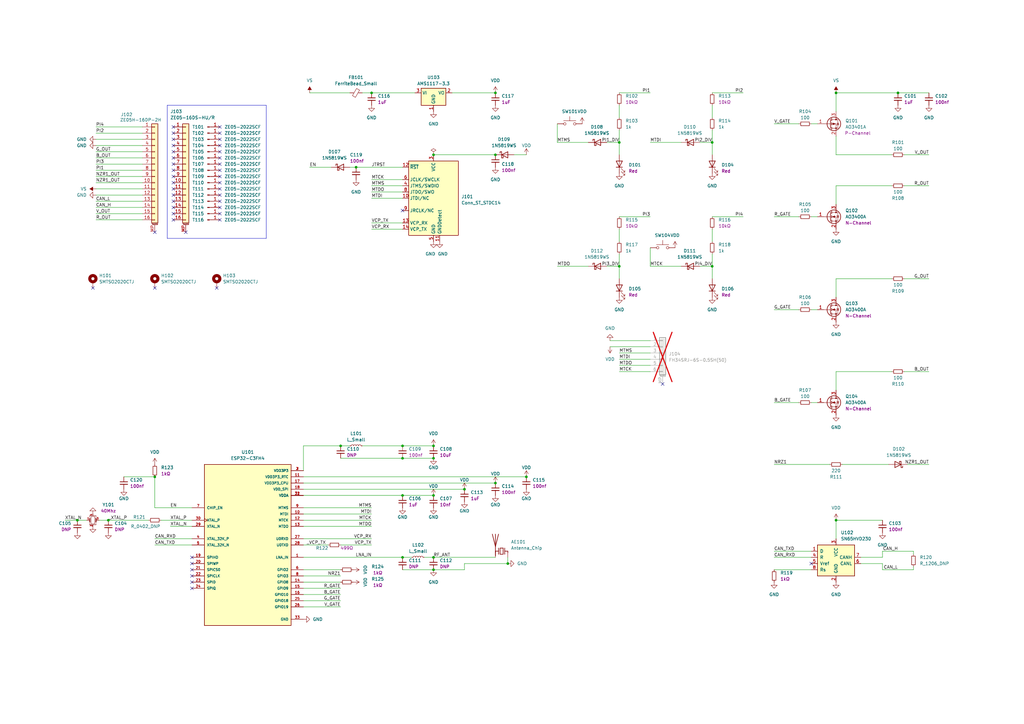
<source format=kicad_sch>
(kicad_sch (version 20230121) (generator eeschema)
  (paper "A3")
  (junction (at 342.9 38.1))
  (junction (at 177.8 228.6))
  (junction (at 165.1 228.6))
  (junction (at 203.2 38.1))
  (junction (at 177.8 233.68))
  (junction (at 165.1 203.2))
  (junction (at 165.1 187.96))
  (junction (at 203.2 198.12))
  (junction (at 165.1 182.88))
  (junction (at 44.45 213.36))
  (junction (at 254 109.22))
  (junction (at 215.9 195.58))
  (junction (at 368.3 38.1))
  (junction (at 63.5 195.58))
  (junction (at 292.1 58.42))
  (junction (at 177.8 187.96))
  (junction (at 152.4 38.1))
  (junction (at 31.75 213.36))
  (junction (at 292.1 109.22))
  (junction (at 139.7 182.88))
  (junction (at 177.8 203.2))
  (junction (at 190.5 200.66))
  (junction (at 146.05 68.58))
  (junction (at 177.8 182.88))
  (junction (at 254 58.42))
  (junction (at 177.8 63.5))
  (junction (at 203.2 63.5))
  (junction (at 208.28 231.14))
  (junction (at 342.9 213.36))
  (no_connect (at 71.12 72.39))
  (no_connect (at 71.12 62.23))
  (no_connect (at 71.12 59.69))
  (no_connect (at 90.17 67.31))
  (no_connect (at 78.74 231.14))
  (no_connect (at 90.17 52.07))
  (no_connect (at 78.74 233.68))
  (no_connect (at 71.12 85.09))
  (no_connect (at 71.12 82.55))
  (no_connect (at 90.17 74.93))
  (no_connect (at 71.12 69.85))
  (no_connect (at 90.17 69.85))
  (no_connect (at 90.17 57.15))
  (no_connect (at 90.17 85.09))
  (no_connect (at 90.17 64.77))
  (no_connect (at 78.74 228.6))
  (no_connect (at 71.12 52.07))
  (no_connect (at 88.9 118.11))
  (no_connect (at 90.17 54.61))
  (no_connect (at 63.5 95.25))
  (no_connect (at 71.12 74.93))
  (no_connect (at 90.17 90.17))
  (no_connect (at 78.74 236.22))
  (no_connect (at 90.17 59.69))
  (no_connect (at 332.74 231.14))
  (no_connect (at 71.12 57.15))
  (no_connect (at 71.12 80.01))
  (no_connect (at 90.17 82.55))
  (no_connect (at 78.74 241.3))
  (no_connect (at 90.17 77.47))
  (no_connect (at 38.1 118.11))
  (no_connect (at 90.17 80.01))
  (no_connect (at 71.12 77.47))
  (no_connect (at 71.12 90.17))
  (no_connect (at 71.12 87.63))
  (no_connect (at 63.5 118.11))
  (no_connect (at 78.74 238.76))
  (no_connect (at 71.12 54.61))
  (no_connect (at 71.12 64.77))
  (no_connect (at 90.17 87.63))
  (no_connect (at 90.17 72.39))
  (no_connect (at 76.2 95.25))
  (no_connect (at 271.78 157.48))
  (no_connect (at 71.12 67.31))
  (no_connect (at 165.1 86.36))
  (no_connect (at 90.17 62.23))
  (wire (pts (xy 165.1 228.6) (xy 168.91 228.6)))
  (wire (pts (xy 39.37 85.09) (xy 58.42 85.09)))
  (wire (pts (xy 228.6 50.8) (xy 228.6 58.42)))
  (wire (pts (xy 254 93.98) (xy 254 99.06)))
  (wire (pts (xy 177.8 233.68) (xy 190.5 233.68)))
  (wire (pts (xy 317.5 190.5) (xy 340.36 190.5)))
  (wire (pts (xy 152.4 78.74) (xy 165.1 78.74)))
  (wire (pts (xy 365.76 76.2) (xy 342.9 76.2)))
  (wire (pts (xy 250.19 142.24) (xy 266.7 142.24)))
  (wire (pts (xy 372.11 190.5) (xy 381 190.5)))
  (wire (pts (xy 40.64 213.36) (xy 44.45 213.36)))
  (wire (pts (xy 39.37 74.93) (xy 58.42 74.93)))
  (wire (pts (xy 292.1 53.34) (xy 292.1 58.42)))
  (wire (pts (xy 173.99 228.6) (xy 177.8 228.6)))
  (wire (pts (xy 332.74 127) (xy 335.28 127)))
  (wire (pts (xy 165.1 93.98) (xy 152.4 93.98)))
  (wire (pts (xy 208.28 231.14) (xy 208.28 228.6)))
  (wire (pts (xy 254 147.32) (xy 266.7 147.32)))
  (wire (pts (xy 342.9 76.2) (xy 342.9 83.82)))
  (wire (pts (xy 254 144.78) (xy 266.7 144.78)))
  (wire (pts (xy 317.5 88.9) (xy 327.66 88.9)))
  (wire (pts (xy 250.19 139.7) (xy 266.7 139.7)))
  (wire (pts (xy 39.37 67.31) (xy 58.42 67.31)))
  (wire (pts (xy 39.37 80.01) (xy 58.42 80.01)))
  (polyline (pts (xy 68.58 43.18) (xy 68.58 97.79)))
  (wire (pts (xy 44.45 213.36) (xy 60.96 213.36)))
  (wire (pts (xy 342.9 152.4) (xy 342.9 160.02)))
  (wire (pts (xy 228.6 58.42) (xy 241.3 58.42)))
  (wire (pts (xy 332.74 50.8) (xy 335.28 50.8)))
  (wire (pts (xy 266.7 109.22) (xy 279.4 109.22)))
  (wire (pts (xy 63.5 195.58) (xy 63.5 208.28)))
  (wire (pts (xy 165.1 203.2) (xy 177.8 203.2)))
  (wire (pts (xy 210.82 63.5) (xy 215.9 63.5)))
  (wire (pts (xy 254 104.14) (xy 254 109.22)))
  (wire (pts (xy 31.75 213.36) (xy 35.56 213.36)))
  (wire (pts (xy 39.37 64.77) (xy 58.42 64.77)))
  (wire (pts (xy 292.1 38.1) (xy 304.8 38.1)))
  (wire (pts (xy 124.46 248.92) (xy 139.7 248.92)))
  (wire (pts (xy 124.46 238.76) (xy 139.7 238.76)))
  (wire (pts (xy 124.46 182.88) (xy 124.46 193.04)))
  (wire (pts (xy 317.5 228.6) (xy 332.74 228.6)))
  (wire (pts (xy 165.1 187.96) (xy 177.8 187.96)))
  (wire (pts (xy 292.1 109.22) (xy 292.1 114.3)))
  (wire (pts (xy 124.46 195.58) (xy 215.9 195.58)))
  (wire (pts (xy 39.37 62.23) (xy 58.42 62.23)))
  (wire (pts (xy 63.5 223.52) (xy 78.74 223.52)))
  (wire (pts (xy 39.37 72.39) (xy 58.42 72.39)))
  (wire (pts (xy 124.46 223.52) (xy 134.62 223.52)))
  (wire (pts (xy 124.46 210.82) (xy 152.4 210.82)))
  (wire (pts (xy 39.37 90.17) (xy 58.42 90.17)))
  (wire (pts (xy 39.37 54.61) (xy 58.42 54.61)))
  (wire (pts (xy 26.67 213.36) (xy 31.75 213.36)))
  (wire (pts (xy 361.95 213.36) (xy 342.9 213.36)))
  (wire (pts (xy 63.5 220.98) (xy 78.74 220.98)))
  (wire (pts (xy 266.7 58.42) (xy 279.4 58.42)))
  (wire (pts (xy 124.46 233.68) (xy 139.7 233.68)))
  (wire (pts (xy 287.02 109.22) (xy 292.1 109.22)))
  (wire (pts (xy 69.85 215.9) (xy 78.74 215.9)))
  (wire (pts (xy 353.06 231.14) (xy 361.95 231.14)))
  (wire (pts (xy 78.74 208.28) (xy 63.5 208.28)))
  (wire (pts (xy 361.95 226.06) (xy 374.65 226.06)))
  (wire (pts (xy 254 152.4) (xy 266.7 152.4)))
  (wire (pts (xy 124.46 236.22) (xy 139.7 236.22)))
  (wire (pts (xy 165.1 233.68) (xy 177.8 233.68)))
  (wire (pts (xy 353.06 228.6) (xy 361.95 228.6)))
  (wire (pts (xy 332.74 88.9) (xy 335.28 88.9)))
  (wire (pts (xy 39.37 77.47) (xy 58.42 77.47)))
  (wire (pts (xy 317.5 50.8) (xy 327.66 50.8)))
  (wire (pts (xy 292.1 43.18) (xy 292.1 48.26)))
  (wire (pts (xy 127 68.58) (xy 135.89 68.58)))
  (wire (pts (xy 124.46 243.84) (xy 139.7 243.84)))
  (wire (pts (xy 317.5 165.1) (xy 327.66 165.1)))
  (wire (pts (xy 370.84 152.4) (xy 381 152.4)))
  (wire (pts (xy 124.46 215.9) (xy 152.4 215.9)))
  (wire (pts (xy 370.84 114.3) (xy 381 114.3)))
  (wire (pts (xy 287.02 58.42) (xy 292.1 58.42)))
  (wire (pts (xy 39.37 82.55) (xy 58.42 82.55)))
  (wire (pts (xy 39.37 87.63) (xy 58.42 87.63)))
  (wire (pts (xy 124.46 198.12) (xy 203.2 198.12)))
  (wire (pts (xy 165.1 91.44) (xy 152.4 91.44)))
  (wire (pts (xy 124.46 200.66) (xy 190.5 200.66)))
  (wire (pts (xy 292.1 93.98) (xy 292.1 99.06)))
  (wire (pts (xy 139.7 187.96) (xy 165.1 187.96)))
  (wire (pts (xy 248.92 58.42) (xy 254 58.42)))
  (wire (pts (xy 345.44 190.5) (xy 364.49 190.5)))
  (wire (pts (xy 228.6 109.22) (xy 241.3 109.22)))
  (wire (pts (xy 139.7 182.88) (xy 124.46 182.88)))
  (wire (pts (xy 39.37 59.69) (xy 58.42 59.69)))
  (polyline (pts (xy 109.22 97.79) (xy 109.22 43.18)))
  (wire (pts (xy 124.46 220.98) (xy 152.4 220.98)))
  (wire (pts (xy 342.9 38.1) (xy 342.9 45.72)))
  (wire (pts (xy 127 38.1) (xy 143.51 38.1)))
  (wire (pts (xy 139.7 223.52) (xy 152.4 223.52)))
  (wire (pts (xy 185.42 38.1) (xy 203.2 38.1)))
  (wire (pts (xy 124.46 228.6) (xy 165.1 228.6)))
  (wire (pts (xy 365.76 114.3) (xy 342.9 114.3)))
  (wire (pts (xy 254 109.22) (xy 254 114.3)))
  (wire (pts (xy 365.76 152.4) (xy 342.9 152.4)))
  (wire (pts (xy 165.1 182.88) (xy 177.8 182.88)))
  (wire (pts (xy 152.4 73.66) (xy 165.1 73.66)))
  (wire (pts (xy 342.9 63.5) (xy 342.9 55.88)))
  (wire (pts (xy 292.1 104.14) (xy 292.1 109.22)))
  (wire (pts (xy 50.8 195.58) (xy 63.5 195.58)))
  (wire (pts (xy 365.76 63.5) (xy 342.9 63.5)))
  (wire (pts (xy 146.05 68.58) (xy 165.1 68.58)))
  (wire (pts (xy 254 43.18) (xy 254 48.26)))
  (wire (pts (xy 152.4 76.2) (xy 165.1 76.2)))
  (wire (pts (xy 361.95 228.6) (xy 361.95 226.06)))
  (wire (pts (xy 177.8 228.6) (xy 203.2 228.6)))
  (wire (pts (xy 124.46 208.28) (xy 152.4 208.28)))
  (wire (pts (xy 39.37 57.15) (xy 58.42 57.15)))
  (wire (pts (xy 254 38.1) (xy 266.7 38.1)))
  (wire (pts (xy 148.59 38.1) (xy 152.4 38.1)))
  (wire (pts (xy 39.37 52.07) (xy 58.42 52.07)))
  (wire (pts (xy 370.84 63.5) (xy 381 63.5)))
  (wire (pts (xy 332.74 165.1) (xy 335.28 165.1)))
  (wire (pts (xy 124.46 203.2) (xy 165.1 203.2)))
  (wire (pts (xy 368.3 38.1) (xy 381 38.1)))
  (wire (pts (xy 374.65 233.68) (xy 374.65 232.41)))
  (wire (pts (xy 152.4 38.1) (xy 170.18 38.1)))
  (wire (pts (xy 374.65 226.06) (xy 374.65 227.33)))
  (wire (pts (xy 39.37 69.85) (xy 58.42 69.85)))
  (wire (pts (xy 317.5 127) (xy 327.66 127)))
  (wire (pts (xy 66.04 213.36) (xy 78.74 213.36)))
  (wire (pts (xy 342.9 114.3) (xy 342.9 121.92)))
  (wire (pts (xy 190.5 233.68) (xy 190.5 231.14)))
  (wire (pts (xy 254 53.34) (xy 254 58.42)))
  (wire (pts (xy 317.5 233.68) (xy 332.74 233.68)))
  (wire (pts (xy 370.84 76.2) (xy 381 76.2)))
  (polyline (pts (xy 68.58 43.18) (xy 109.22 43.18)))
  (wire (pts (xy 143.51 182.88) (xy 139.7 182.88)))
  (wire (pts (xy 266.7 101.6) (xy 266.7 109.22)))
  (wire (pts (xy 254 58.42) (xy 254 63.5)))
  (wire (pts (xy 124.46 246.38) (xy 139.7 246.38)))
  (polyline (pts (xy 68.58 97.79) (xy 109.22 97.79)))
  (wire (pts (xy 124.46 213.36) (xy 152.4 213.36)))
  (wire (pts (xy 342.9 213.36) (xy 342.9 220.98)))
  (wire (pts (xy 152.4 81.28) (xy 165.1 81.28)))
  (wire (pts (xy 254 149.86) (xy 266.7 149.86)))
  (wire (pts (xy 292.1 88.9) (xy 304.8 88.9)))
  (wire (pts (xy 190.5 231.14) (xy 208.28 231.14)))
  (wire (pts (xy 124.46 241.3) (xy 139.7 241.3)))
  (wire (pts (xy 143.51 68.58) (xy 146.05 68.58)))
  (wire (pts (xy 292.1 58.42) (xy 292.1 63.5)))
  (wire (pts (xy 361.95 231.14) (xy 361.95 233.68)))
  (wire (pts (xy 317.5 226.06) (xy 332.74 226.06)))
  (wire (pts (xy 177.8 63.5) (xy 203.2 63.5)))
  (wire (pts (xy 248.92 109.22) (xy 254 109.22)))
  (wire (pts (xy 342.9 38.1) (xy 368.3 38.1)))
  (wire (pts (xy 361.95 233.68) (xy 374.65 233.68)))
  (wire (pts (xy 148.59 182.88) (xy 165.1 182.88)))
  (wire (pts (xy 254 88.9) (xy 266.7 88.9)))
  (label "MTCK" (at 152.4 73.66 0))
  (label "VCP_RX" (at 152.4 93.98 0) (property "Netclass" "UART" (effects hide)))
  (label "NRZ1" (at 139.7 236.22 180) (property "Netclass" "PWM" (effects hide)))
  (label "LNA_IN" (at 152.4 228.6 180) (property "Netclass" "RF" (effects hide)))
  (label "MTCK" (at 254 152.4 0))
  (label "VCP_TX" (at 152.4 223.52 180))
  (label "NRZ1" (at 317.5 190.5 0) (property "Netclass" "PWM" (effects hide)))
  (label "MTMS" (at 228.6 58.42 0))
  (label "MTMS" (at 254 144.78 0))
  (label "VCP_TX" (at 152.4 91.44 0) (property "Netclass" "UART" (effects hide)))
  (label "PI3" (at 39.37 67.31 0))
  (label "XTAL_P" (at 69.85 213.36 0) (property "Netclass" "RCC" (effects hide)))
  (label "V_OUT" (at 39.37 87.63 0))
  (label "G_OUT" (at 381 114.3 180))
  (label "CAN_L" (at 39.37 82.55 0))
  (label "MTCK" (at 266.7 109.22 0))
  (label "_XTAL_P" (at 44.45 213.36 0) (property "Netclass" "RCC" (effects hide)))
  (label "B_GATE" (at 139.7 243.84 180))
  (label "B_OUT" (at 39.37 64.77 0))
  (label "B_OUT" (at 381 152.4 180))
  (label "MTDO" (at 152.4 78.74 0))
  (label "G_GATE" (at 139.7 246.38 180))
  (label "R_OUT" (at 381 76.2 180))
  (label "MTDI" (at 254 147.32 0))
  (label "MTDI" (at 266.7 58.42 0))
  (label "CAN_L" (at 368.3 233.68 180) (property "Netclass" "CAN" (effects hide)))
  (label "PI4_DIV" (at 292.1 109.22 180) (property "Netclass" "GPIO" (effects hide)))
  (label "PI4" (at 39.37 52.07 0))
  (label "MTMS" (at 152.4 76.2 0))
  (label "MTDO" (at 228.6 109.22 0))
  (label "JTRST" (at 152.4 68.58 0) (property "Netclass" "JTAG" (effects hide)))
  (label "CAN_TXD" (at 63.5 223.52 0) (property "Netclass" "CAN" (effects hide)))
  (label "CAN_RXD" (at 63.5 220.98 0) (property "Netclass" "CAN" (effects hide)))
  (label "PI2" (at 39.37 54.61 0))
  (label "G_OUT" (at 39.37 62.23 0))
  (label "MTDI" (at 152.4 210.82 180) (property "Netclass" "JTAG" (effects hide)))
  (label "R_GATE" (at 317.5 88.9 0) (property "Netclass" "PWM" (effects hide)))
  (label "VCP_RX" (at 152.4 220.98 180))
  (label "_VCP_TX" (at 125.73 223.52 0))
  (label "NZR1_OUT" (at 39.37 74.93 0))
  (label "PI1" (at 39.37 69.85 0))
  (label "CAN_RXD" (at 317.5 228.6 0) (property "Netclass" "CAN" (effects hide)))
  (label "CAN_TXD" (at 317.5 226.06 0) (property "Netclass" "CAN" (effects hide)))
  (label "NZR1_OUT" (at 381 190.5 180))
  (label "PI4" (at 304.8 88.9 180))
  (label "PI2" (at 304.8 38.1 180))
  (label "NZR1_OUT" (at 39.37 72.39 0))
  (label "CAN_H" (at 368.3 226.06 180) (property "Netclass" "CAN" (effects hide)))
  (label "MTDO" (at 152.4 215.9 180) (property "Netclass" "JTAG" (effects hide)))
  (label "RF_ANT" (at 177.8 228.6 0) (property "Netclass" "RF" (effects hide)))
  (label "XTAL_N" (at 26.67 213.36 0) (property "Netclass" "RCC" (effects hide)))
  (label "B_GATE" (at 317.5 165.1 0) (property "Netclass" "PWM" (effects hide)))
  (label "PI1" (at 266.7 38.1 180))
  (label "CAN_H" (at 39.37 85.09 0) (property "Netclass" "CAN" (effects hide)))
  (label "V_OUT" (at 381 63.5 180))
  (label "PI3" (at 266.7 88.9 180))
  (label "PI2_DIV" (at 292.1 58.42 180) (property "Netclass" "GPIO" (effects hide)))
  (label "XTAL_N" (at 69.85 215.9 0) (property "Netclass" "RCC" (effects hide)))
  (label "R_OUT" (at 39.37 90.17 0))
  (label "G_GATE" (at 317.5 127 0) (property "Netclass" "PWM" (effects hide)))
  (label "EN" (at 127 68.58 0) (property "Netclass" "GPIO" (effects hide)))
  (label "MTDO" (at 254 149.86 0))
  (label "MTMS" (at 152.4 208.28 180) (property "Netclass" "JTAG" (effects hide)))
  (label "V_GATE" (at 317.5 50.8 0) (property "Netclass" "PWM" (effects hide)))
  (label "MTCK" (at 152.4 213.36 180) (property "Netclass" "JTAG" (effects hide)))
  (label "EN" (at 69.85 208.28 0))
  (label "PI1_DIV" (at 254 58.42 180) (property "Netclass" "GPIO" (effects hide)))
  (label "PI3_DIV" (at 254 109.22 180) (property "Netclass" "GPIO" (effects hide)))
  (label "V_GATE" (at 139.7 248.92 180))
  (label "R_GATE" (at 139.7 241.3 180))
  (label "MTDI" (at 152.4 81.28 0))
  (symbol (lib_id "power:GND") (at 342.9 132.08 0) (unit 1)
    (property "Reference" "#PWR0102" (effects hide))
    (property "Value" "GND" (at 342.9 137.16 0))
  )
  (symbol (lib_id "Connector:Conn_01x01_Pin") (at 85.09 77.47 0) (unit 1) (on_board no)
    (property "Reference" "T111" (at 81.28 77.47 0))
    (property "Value" " ZE05-2022SCF" (at 99.06 77.47 0))
    (property "LCSC" "C570453" (effects hide))
    (property "Sim.Enable" "0" (effects hide))
  )
  (symbol (lib_id "Interface_CAN_LIN:SN65HVD230") (at 342.9 228.6 0) (unit 1)
    (property "Reference" "U102" (at 344.8559 218.44 0) (effects (justify left)))
    (property "Value" "SN65HVD230" (at 344.8559 220.98 0) (effects (justify left)))
    (property "Footprint" "Package_SO:SOIC-8_3.9x4.9mm_P1.27mm" (effects hide))
    (property "Datasheet" "http://www.ti.com/lit/ds/symlink/sn65hvd230.pdf" (effects hide))
    (property "LCSC" "C12084" (effects hide))
  )
  (symbol (lib_id "LCSC_Capacitor:C_0402_100nf_X7R") (at 203.2 66.04 0) (unit 1)
    (property "Reference" "C118" (at 205.74 67.31 0) (effects (justify left)))
    (property "Value" "C_0402_100nf_X7R" (effects hide))
    (property "Footprint" "Capacitor_SMD:C_0402_1005Metric" (effects hide))
    (property "Datasheet" "https://datasheet.lcsc.com/lcsc/1811141731_FH--Guangdong-Fenghua-Advanced-Tech-0402B104K500NT_C110251.pdf" (effects hide))
    (property "MPN" "0402B104K500NT" (effects hide))
    (property "LCSC" "C110251" (effects hide))
    (property "Capacitance" "100nf" (at 205.74 69.85 0) (effects (justify left)))
    (property "Voltage" "50V" (effects hide))
    (property "Temperature" "X7R" (effects hide))
  )
  (symbol (lib_id "Connector:Conn_01x01_Pin") (at 85.09 67.31 0) (unit 1) (on_board no)
    (property "Reference" "T107" (at 81.28 67.31 0))
    (property "Value" " ZE05-2022SCF" (at 99.06 67.31 0))
    (property "LCSC" "C570453" (effects hide))
    (property "Sim.Enable" "0" (effects hide))
  )
  (symbol (lib_id "power:GND") (at 44.45 218.44 0) (unit 1)
    (property "Reference" "#PWR0118" (effects hide))
    (property "Value" "GND" (effects hide))
  )
  (symbol (lib_id "Diode:1N5819WS") (at 245.11 109.22 0) (unit 1)
    (property "Reference" "D112" (at 244.7925 102.87 0))
    (property "Value" "1N5819WS" (at 244.7925 105.41 0))
    (property "Footprint" "Diode_SMD:D_SOD-323" (effects hide))
    (property "Datasheet" "https://datasheet.lcsc.com/lcsc/2204281430_Guangdong-Hottech-1N5819WS_C191023.pdf" (effects hide))
    (property "LCSC" "C2927280" (effects hide))
  )
  (symbol (lib_id "power:VS") (at 127 38.1 0) (unit 1)
    (property "Reference" "#PWR0155" (effects hide))
    (property "Value" "VS" (at 127 33.02 0))
  )
  (symbol (lib_id "Diode:1N5819WS") (at 368.3 190.5 180) (unit 1)
    (property "Reference" "D102" (at 368.6175 184.15 0))
    (property "Value" "1N5819WS" (at 368.6175 186.69 0))
    (property "Footprint" "Diode_SMD:D_SOD-323" (effects hide))
    (property "Datasheet" "https://datasheet.lcsc.com/lcsc/2204281430_Guangdong-Hottech-1N5819WS_C191023.pdf" (effects hide))
    (property "LCSC" "C2927280" (effects hide))
  )
  (symbol (lib_id "Transistor_FET:AO3401A") (at 340.36 50.8 0) (unit 1)
    (property "Reference" "Q101" (at 346.71 49.53 0) (effects (justify left)))
    (property "Value" "AO3401A" (at 346.71 52.07 0) (effects (justify left)))
    (property "Footprint" "Package_TO_SOT_SMD:SOT-23" (effects hide))
    (property "Datasheet" "http://www.aosmd.com/pdfs/datasheet/AO3401A.pdf" (effects hide))
    (property "LCSC" "C306862" (effects hide))
    (property "MOSFET_TYPE" "P-Channel" (at 351.79 54.61 0))
  )
  (symbol (lib_id "Connector:Conn_01x01_Pin") (at 85.09 87.63 0) (unit 1) (on_board no)
    (property "Reference" "T115" (at 81.28 87.63 0))
    (property "Value" " ZE05-2022SCF" (at 99.06 87.63 0))
    (property "LCSC" "C570453" (effects hide))
    (property "Sim.Enable" "0" (effects hide))
  )
  (symbol (lib_id "LCSC_Capacitor:C_0402_DNP") (at 165.1 231.14 0) (unit 1) (in_bom no)
    (property "Reference" "C111" (at 167.64 229.8763 0) (effects (justify left)))
    (property "Value" "C_0402_DNP" (effects hide))
    (property "Footprint" "Capacitor_SMD:C_0402_1005Metric" (effects hide))
    (property "Capacitance" "DNP" (at 167.64 232.4163 0) (effects (justify left)))
  )
  (symbol (lib_id "Connector:Conn_01x01_Pin") (at 85.09 82.55 0) (unit 1) (on_board no)
    (property "Reference" "T113" (at 81.28 82.55 0))
    (property "Value" " ZE05-2022SCF" (at 99.06 82.55 0))
    (property "LCSC" "C570453" (effects hide))
    (property "Sim.Enable" "0" (effects hide))
  )
  (symbol (lib_id "Diode:1N5819WS") (at 207.01 63.5 0) (unit 1)
    (property "Reference" "D109" (at 206.6925 57.15 0))
    (property "Value" "1N5819WS" (at 206.6925 59.69 0))
    (property "Footprint" "Diode_SMD:D_SOD-323" (effects hide))
    (property "Datasheet" "https://datasheet.lcsc.com/lcsc/2204281430_Guangdong-Hottech-1N5819WS_C191023.pdf" (effects hide))
    (property "LCSC" "C2927280" (effects hide))
  )
  (symbol (lib_id "LCSC_LED:LED_0603_RED") (at 254 67.31 90) (unit 1) (in_bom no)
    (property "Reference" "D101" (at 257.81 67.6275 90) (effects (justify right)))
    (property "Value" "LED_0603_RED" (effects hide))
    (property "Footprint" "LED_SMD:LED_0603_1608Metric" (effects hide))
    (property "Datasheet" "https://datasheet.lcsc.com/lcsc/1912111437_MEIHUA-MHT192CRCT_C389517.pdf" (effects hide))
    (property "MPN" "MHT192CRCT" (effects hide))
    (property "LCSC" "C389517" (effects hide))
    (property "Color" "Red" (at 257.81 70.1675 90) (effects (justify right)))
  )
  (symbol (lib_id "LCSC_Capacitor:C_0805_10u_X5R") (at 177.8 185.42 0) (unit 1) (in_bom no)
    (property "Reference" "C108" (at 180.34 184.1563 0) (effects (justify left)))
    (property "Value" "C_0805_10u_X5R" (effects hide))
    (property "Footprint" "Capacitor_SMD:C_0805_2012Metric" (effects hide))
    (property "Datasheet" "https://datasheet.lcsc.com/lcsc/1810201234_Murata-Electronics-GRM21BR6YA106KE43L_C162422.pdf" (effects hide))
    (property "Capacitance" "10uF" (at 180.34 186.6963 0) (effects (justify left)))
    (property "LCSC" "C162422" (effects hide))
    (property "MPN" "GRM21BR6YA106KE43L" (effects hide))
    (property "Voltage" "35V" (effects hide))
    (property "Tolerance" "10%" (effects hide))
    (property "Temperature" "X5R" (effects hide))
  )
  (symbol (lib_id "power:VDD") (at 215.9 195.58 0) (unit 1)
    (property "Reference" "#PWR0129" (effects hide))
    (property "Value" "VDD" (at 215.9 191.77 0))
  )
  (symbol (lib_id "Device:Antenna_Chip") (at 205.74 226.06 0) (mirror y) (unit 1)
    (property "Reference" "AE101" (at 209.55 222.25 0) (effects (justify right)))
    (property "Value" "Antenna_Chip" (at 209.55 224.79 0) (effects (justify right)))
    (property "Footprint" "LCSC_Antenna:ANT-SMD_L3.2-W1.6" (effects hide))
    (property "LCSC" "C293767" (effects hide))
  )
  (symbol (lib_id "Diode:1N5819WS") (at 283.21 58.42 0) (unit 1)
    (property "Reference" "D110" (at 282.8925 52.07 0))
    (property "Value" "1N5819WS" (at 282.8925 54.61 0))
    (property "Footprint" "Diode_SMD:D_SOD-323" (effects hide))
    (property "Datasheet" "https://datasheet.lcsc.com/lcsc/2204281430_Guangdong-Hottech-1N5819WS_C191023.pdf" (effects hide))
    (property "LCSC" "C2927280" (effects hide))
  )
  (symbol (lib_id "LCSC_Capacitor:C_0402_100nf_X7R") (at 361.95 215.9 0) (unit 1) (in_bom no)
    (property "Reference" "C103" (at 364.49 214.6363 0) (effects (justify left)))
    (property "Value" "C_0402_100nf_X7R" (effects hide))
    (property "Footprint" "Capacitor_SMD:C_0402_1005Metric" (effects hide))
    (property "Datasheet" "https://datasheet.lcsc.com/lcsc/1811141731_FH--Guangdong-Fenghua-Advanced-Tech-0402B104K500NT_C110251.pdf" (effects hide))
    (property "MPN" "0402B104K500NT" (effects hide))
    (property "LCSC" "C110251" (effects hide))
    (property "Capacitance" "100nf" (at 364.49 217.1763 0) (effects (justify left)))
    (property "Voltage" "50V" (effects hide))
    (property "Temperature" "X7R" (effects hide))
  )
  (symbol (lib_id "LCSC_Resistor:R_1206_DNP") (at 374.65 229.87 0) (unit 1) (in_bom no)
    (property "Reference" "R120" (at 377.19 228.6 0) (effects (justify left)))
    (property "Value" "R_1206_DNP" (at 377.19 231.14 0) (effects (justify left)))
    (property "Footprint" "Resistor_SMD:R_1206_3216Metric" (effects hide))
  )
  (symbol (lib_id "Connector:Conn_01x01_Pin") (at 85.09 54.61 0) (unit 1) (on_board no)
    (property "Reference" "T102" (at 81.28 54.61 0))
    (property "Value" " ZE05-2022SCF" (at 99.06 54.61 0))
    (property "LCSC" "C570453" (effects hide))
    (property "Sim.Enable" "0" (effects hide))
  )
  (symbol (lib_id "power:GND") (at 317.5 238.76 0) (unit 1)
    (property "Reference" "#PWR0114" (effects hide))
    (property "Value" "GND" (at 317.5 243.84 0))
  )
  (symbol (lib_id "power:GND") (at 254 71.12 0) (unit 1)
    (property "Reference" "#PWR0107" (effects hide))
    (property "Value" "GND" (at 254 76.2 0))
  )
  (symbol (lib_id "Device:L_Small") (at 171.45 228.6 90) (unit 1)
    (property "Reference" "L102" (at 171.45 223.52 90))
    (property "Value" "L_Small" (at 171.45 226.06 90))
    (property "Footprint" "Inductor_SMD:L_0402_1005Metric" (effects hide))
  )
  (symbol (lib_id "LCSC_Microcontroller:ESP32-C3FH4") (at 101.6 223.52 0) (unit 1)
    (property "Reference" "U101" (at 101.6 185.42 0))
    (property "Value" "ESP32-C3FH4" (at 101.6 187.96 0))
    (property "Footprint" "LCSC_Microcontroller:QFN50P500X500X90-33N" (effects hide))
    (property "Datasheet" "https://www.mouser.com/datasheet/2/891/esp32_c3_datasheet_en-1989865.pdf" (effects hide))
    (property "LCSC" "C2858491" (effects hide))
  )
  (symbol (lib_id "LCSC_Resistor:R_0805_10k") (at 254 40.64 0) (unit 1) (in_bom no)
    (property "Reference" "R102" (at 256.54 39.37 0) (effects (justify left)))
    (property "Value" "R_0805_10k" (effects hide))
    (property "Footprint" "Resistor_SMD:R_0805_2012Metric" (effects hide))
    (property "Datasheet" "https://datasheet.lcsc.com/lcsc/2206010216_UNI-ROYAL-Uniroyal-Elec-0805W8F1002T5E_C17414.pdf" (effects hide))
    (property "LCSC" "C17414" (effects hide))
    (property "Resistance" "10kΩ" (at 256.54 41.91 0) (effects (justify left)))
    (property "MPN" "0805W8F1002T5E" (effects hide))
  )
  (symbol (lib_id "LCSC_Resistor:R_0805_DNP") (at 368.3 76.2 90) (mirror x) (unit 1) (in_bom no)
    (property "Reference" "R108" (at 368.3 81.28 90))
    (property "Value" "100" (at 368.3 78.74 90))
    (property "Footprint" "Resistor_SMD:R_0805_2012Metric" (effects hide))
  )
  (symbol (lib_id "power:GND") (at 39.37 57.15 270) (unit 1)
    (property "Reference" "#PWR0154" (effects hide))
    (property "Value" "GND" (at 35.56 57.15 90) (effects (justify right)))
  )
  (symbol (lib_id "Switch:SW_Push") (at 233.68 50.8 0) (unit 1)
    (property "Reference" "SW101" (at 233.68 45.72 0))
    (property "Value" "TS-1101-C-W" (effects hide))
    (property "Footprint" "Button:TS1101CW" (effects hide))
    (property "Datasheet" "https://datasheet.lcsc.com/lcsc/2002271735_XKB-Connectivity-TS-1101-C-W_C318938.pdf" (effects hide))
    (property "LCSC" "C318938" (effects hide))
  )
  (symbol (lib_id "Switch:SW_Push") (at 271.78 101.6 0) (unit 1)
    (property "Reference" "SW104" (at 271.78 96.52 0))
    (property "Value" "TS-1101-C-W" (effects hide))
    (property "Footprint" "Button:TS1101CW" (effects hide))
    (property "Datasheet" "https://datasheet.lcsc.com/lcsc/2002271735_XKB-Connectivity-TS-1101-C-W_C318938.pdf" (effects hide))
    (property "LCSC" "C318938" (effects hide))
  )
  (symbol (lib_id "power:VS") (at 39.37 77.47 90) (unit 1)
    (property "Reference" "#PWR0152" (effects hide))
    (property "Value" "VS" (at 35.56 77.47 90) (effects (justify left)))
  )
  (symbol (lib_id "LCSC_Capacitor:C_0805_1u_X7R") (at 203.2 40.64 0) (unit 1)
    (property "Reference" "C117" (at 205.74 39.3763 0) (effects (justify left)))
    (property "Value" "C_0805_1u_X7R" (effects hide))
    (property "Footprint" "Capacitor_SMD:C_0805_2012Metric" (effects hide))
    (property "Datasheet" "https://datasheet.lcsc.com/lcsc/1809221221_Samsung-Electro-Mechanics-CL21B105KOFNNNE_C24123.pdf" (effects hide))
    (property "Capacitance" "1uF" (at 205.74 41.9163 0) (effects (justify left)))
    (property "LCSC" "C24123" (effects hide))
    (property "MPN" "CL21B105KOFNNNE" (effects hide))
    (property "Voltage" "16V" (effects hide))
    (property "Tolerance" "10%" (effects hide))
    (property "Temperature" "X7R" (effects hide))
  )
  (symbol (lib_id "LCSC_LED:LED_0603_RED") (at 292.1 118.11 90) (unit 1) (in_bom no)
    (property "Reference" "D106" (at 295.91 118.4275 90) (effects (justify right)))
    (property "Value" "LED_0603_RED" (effects hide))
    (property "Footprint" "LED_SMD:LED_0603_1608Metric" (effects hide))
    (property "Datasheet" "https://datasheet.lcsc.com/lcsc/1912111437_MEIHUA-MHT192CRCT_C389517.pdf" (effects hide))
    (property "MPN" "MHT192CRCT" (effects hide))
    (property "LCSC" "C389517" (effects hide))
    (property "Color" "Red" (at 295.91 120.9675 90) (effects (justify right)))
  )
  (symbol (lib_id "LCSC_Resistor:R_0603_DNP") (at 330.2 127 90) (unit 1) (in_bom no)
    (property "Reference" "R106" (at 330.2 121.92 90))
    (property "Value" "100" (at 330.2 124.46 90))
    (property "Footprint" "Resistor_SMD:R_0603_1608Metric" (effects hide))
  )
  (symbol (lib_id "power:GND") (at 208.28 231.14 90) (unit 1)
    (property "Reference" "#PWR0136" (effects hide))
    (property "Value" "GND" (at 212.09 231.14 90) (effects (justify right)))
  )
  (symbol (lib_id "LCSC_Resistor:R_0805_10k") (at 254 91.44 0) (unit 1) (in_bom no)
    (property "Reference" "R115" (at 256.54 90.17 0) (effects (justify left)))
    (property "Value" "R_0805_10k" (effects hide))
    (property "Footprint" "Resistor_SMD:R_0805_2012Metric" (effects hide))
    (property "Datasheet" "https://datasheet.lcsc.com/lcsc/2206010216_UNI-ROYAL-Uniroyal-Elec-0805W8F1002T5E_C17414.pdf" (effects hide))
    (property "LCSC" "C17414" (effects hide))
    (property "Resistance" "10kΩ" (at 256.54 92.71 0) (effects (justify left)))
    (property "MPN" "0805W8F1002T5E" (effects hide))
  )
  (symbol (lib_id "LCSC_Capacitor:C_0402_DNP") (at 177.8 231.14 0) (unit 1) (in_bom no)
    (property "Reference" "C112" (at 180.34 229.8763 0) (effects (justify left)))
    (property "Value" "C_0402_DNP" (effects hide))
    (property "Footprint" "Capacitor_SMD:C_0402_1005Metric" (effects hide))
    (property "Capacitance" "DNP" (at 180.34 232.4163 0) (effects (justify left)))
  )
  (symbol (lib_id "LCSC_Resistor:R_0402_DNP") (at 63.5 213.36 90) (unit 1) (in_bom no)
    (property "Reference" "R121" (at 57.15 212.09 90))
    (property "Value" "R_0402_DNP" (at 59.69 215.9 90))
    (property "Footprint" "Resistor_SMD:R_0402_1005Metric" (effects hide))
  )
  (symbol (lib_id "power:GND") (at 292.1 121.92 0) (unit 1)
    (property "Reference" "#PWR0110" (effects hide))
    (property "Value" "GND" (at 292.1 127 0))
  )
  (symbol (lib_id "LCSC_LED:LED_0603_RED") (at 292.1 67.31 90) (unit 1) (in_bom no)
    (property "Reference" "D104" (at 295.91 67.6275 90) (effects (justify right)))
    (property "Value" "LED_0603_RED" (effects hide))
    (property "Footprint" "LED_SMD:LED_0603_1608Metric" (effects hide))
    (property "Datasheet" "https://datasheet.lcsc.com/lcsc/1912111437_MEIHUA-MHT192CRCT_C389517.pdf" (effects hide))
    (property "MPN" "MHT192CRCT" (effects hide))
    (property "LCSC" "C389517" (effects hide))
    (property "Color" "Red" (at 295.91 70.1675 90) (effects (justify right)))
  )
  (symbol (lib_id "LCSC_Resistor:R_0603_DNP") (at 330.2 165.1 90) (unit 1) (in_bom no)
    (property "Reference" "R107" (at 330.2 160.02 90))
    (property "Value" "100" (at 330.2 162.56 90))
    (property "Footprint" "Resistor_SMD:R_0603_1608Metric" (effects hide))
  )
  (symbol (lib_id "Connector:Conn_01x01_Pin") (at 85.09 90.17 0) (unit 1) (on_board no)
    (property "Reference" "T116" (at 81.28 90.17 0))
    (property "Value" " ZE05-2022SCF" (at 99.06 90.17 0))
    (property "LCSC" "C570453" (effects hide))
    (property "Sim.Enable" "0" (effects hide))
  )
  (symbol (lib_id "LCSC_Resistor:R_0805_DNP") (at 368.3 114.3 90) (mirror x) (unit 1) (in_bom no)
    (property "Reference" "R109" (at 368.3 119.38 90))
    (property "Value" "100" (at 368.3 116.84 90))
    (property "Footprint" "Resistor_SMD:R_0805_2012Metric" (effects hide))
  )
  (symbol (lib_id "LCSC_Capacitor:C_0402_DNP") (at 139.7 185.42 0) (unit 1) (in_bom no)
    (property "Reference" "C110" (at 142.24 184.1563 0) (effects (justify left)))
    (property "Value" "C_0402_DNP" (effects hide))
    (property "Footprint" "Capacitor_SMD:C_0402_1005Metric" (effects hide))
    (property "Capacitance" "DNP" (at 142.24 186.6963 0) (effects (justify left)))
  )
  (symbol (lib_id "Connector:Conn_01x01_Pin") (at 85.09 64.77 0) (unit 1) (on_board no)
    (property "Reference" "T106" (at 81.28 64.77 0))
    (property "Value" " ZE05-2022SCF" (at 99.06 64.77 0))
    (property "LCSC" "C570453" (effects hide))
    (property "Sim.Enable" "0" (effects hide))
  )
  (symbol (lib_id "power:GND") (at 342.9 93.98 0) (unit 1)
    (property "Reference" "#PWR0103" (effects hide))
    (property "Value" "GND" (at 342.9 99.06 0))
  )
  (symbol (lib_id "Connector:Conn_01x01_Pin") (at 85.09 62.23 0) (unit 1) (on_board no)
    (property "Reference" "T105" (at 81.28 62.23 0))
    (property "Value" " ZE05-2022SCF" (at 99.06 62.23 0))
    (property "LCSC" "C570453" (effects hide))
    (property "Sim.Enable" "0" (effects hide))
  )
  (symbol (lib_id "LCSC_Resistor:R_0805_DNP") (at 368.3 63.5 90) (unit 1) (in_bom no)
    (property "Reference" "R101" (at 368.3 58.42 90))
    (property "Value" "100" (at 368.3 60.96 90))
    (property "Footprint" "Resistor_SMD:R_0805_2012Metric" (effects hide))
  )
  (symbol (lib_id "LCSC_Capacitor:C_0402_100nf_X7R") (at 381 40.64 0) (unit 1) (in_bom no)
    (property "Reference" "C102" (at 383.54 39.3763 0) (effects (justify left)))
    (property "Value" "C_0402_100nf_X7R" (effects hide))
    (property "Footprint" "Capacitor_SMD:C_0402_1005Metric" (effects hide))
    (property "Datasheet" "https://datasheet.lcsc.com/lcsc/1811141731_FH--Guangdong-Fenghua-Advanced-Tech-0402B104K500NT_C110251.pdf" (effects hide))
    (property "MPN" "0402B104K500NT" (effects hide))
    (property "LCSC" "C110251" (effects hide))
    (property "Capacitance" "100nf" (at 383.54 41.9163 0) (effects (justify left)))
    (property "Voltage" "50V" (effects hide))
    (property "Temperature" "X7R" (effects hide))
  )
  (symbol (lib_id "Transistor_FET:AO3400A") (at 340.36 127 0) (unit 1)
    (property "Reference" "Q103" (at 346.71 124.46 0) (effects (justify left)))
    (property "Value" "AO3400A" (at 346.71 127 0) (effects (justify left)))
    (property "Footprint" "Package_TO_SOT_SMD:SOT-23" (effects hide))
    (property "Datasheet" "http://www.aosmd.com/pdfs/datasheet/AO3400A.pdf" (effects hide))
    (property "LCSC" "C344010" (effects hide))
    (property "MOSFET_TYPE" "N-Channel" (at 346.71 129.54 0) (effects (justify left)))
  )
  (symbol (lib_id "power:GND") (at 177.8 99.06 0) (unit 1)
    (property "Reference" "#PWR0140" (effects hide))
    (property "Value" "GND" (at 176.53 104.14 0))
  )
  (symbol (lib_id "power:VDD") (at 190.5 200.66 0) (unit 1)
    (property "Reference" "#PWR0126" (effects hide))
    (property "Value" "VDD" (at 190.5 196.85 0))
  )
  (symbol (lib_id "LCSC_Resistor:R_0603_DNP") (at 330.2 88.9 90) (unit 1) (in_bom no)
    (property "Reference" "R105" (at 330.2 83.82 90))
    (property "Value" "100" (at 330.2 86.36 90))
    (property "Footprint" "Resistor_SMD:R_0603_1608Metric" (effects hide))
  )
  (symbol (lib_id "Device:L_Small") (at 146.05 182.88 90) (unit 1)
    (property "Reference" "L101" (at 146.05 177.8 90))
    (property "Value" "L_Small" (at 146.05 180.34 90))
    (property "Footprint" "Inductor_SMD:L_0402_1005Metric" (effects hide))
  )
  (symbol (lib_id "power:GND") (at 39.37 59.69 270) (unit 1)
    (property "Reference" "#PWR0153" (effects hide))
    (property "Value" "GND" (at 35.56 59.69 90) (effects (justify right)))
  )
  (symbol (lib_id "LCSC_Capacitor:C_0402_100nf_X7R") (at 165.1 185.42 0) (unit 1) (in_bom no)
    (property "Reference" "C109" (at 167.64 184.1563 0) (effects (justify left)))
    (property "Value" "C_0402_100nf_X7R" (effects hide))
    (property "Footprint" "Capacitor_SMD:C_0402_1005Metric" (effects hide))
    (property "Datasheet" "https://datasheet.lcsc.com/lcsc/1811141731_FH--Guangdong-Fenghua-Advanced-Tech-0402B104K500NT_C110251.pdf" (effects hide))
    (property "MPN" "0402B104K500NT" (effects hide))
    (property "LCSC" "C110251" (effects hide))
    (property "Capacitance" "100nf" (at 167.64 186.6963 0) (effects (justify left)))
    (property "Voltage" "50V" (effects hide))
    (property "Temperature" "X7R" (effects hide))
  )
  (symbol (lib_id "power:GND") (at 177.8 45.72 0) (unit 1)
    (property "Reference" "#PWR0132" (effects hide))
    (property "Value" "GND" (at 177.8 50.8 0))
  )
  (symbol (lib_id "LCSC_Capacitor:C_0402_100nf_X7R") (at 215.9 198.12 0) (unit 1) (in_bom no)
    (property "Reference" "C115" (at 218.44 196.8563 0) (effects (justify left)))
    (property "Value" "C_0402_100nf_X7R" (effects hide))
    (property "Footprint" "Capacitor_SMD:C_0402_1005Metric" (effects hide))
    (property "Datasheet" "https://datasheet.lcsc.com/lcsc/1811141731_FH--Guangdong-Fenghua-Advanced-Tech-0402B104K500NT_C110251.pdf" (effects hide))
    (property "MPN" "0402B104K500NT" (effects hide))
    (property "LCSC" "C110251" (effects hide))
    (property "Capacitance" "100nf" (at 218.44 199.3963 0) (effects (justify left)))
    (property "Voltage" "50V" (effects hide))
    (property "Temperature" "X7R" (effects hide))
  )
  (symbol (lib_id "LCSC_Crystal:40_Mhz") (at 38.1 213.36 0) (unit 1) (in_bom no)
    (property "Reference" "Y101" (at 44.45 207.01 0))
    (property "Value" "40_Mhz" (effects hide))
    (property "Footprint" "Crystal:Crystal_SMD_3225-4Pin_3.2x2.5mm" (effects hide))
    (property "Datasheet" "https://datasheet.lcsc.com/lcsc/2110101030_Shenzhen-SCTF-Elec-SX3B40-000F1210F30_C2901712.pdf" (effects hide))
    (property "MPN" "SX3B40.000F1210F30" (effects hide))
    (property "LCSC" "C2901712" (effects hide))
    (property "Frequency" "40Mhz" (at 44.45 209.55 0))
  )
  (symbol (lib_id "power:GND") (at 250.19 139.7 0) (mirror x) (unit 1)
    (property "Reference" "#PWR0147" (effects hide))
    (property "Value" "GND" (at 250.19 134.62 0))
  )
  (symbol (lib_id "Mechanical:MountingHole_Pad") (at 38.1 115.57 0) (unit 1)
    (property "Reference" "H101" (at 40.64 113.03 0) (effects (justify left)))
    (property "Value" "SMTSO2020CTJ" (at 40.64 115.57 0) (effects (justify left)))
    (property "Footprint" "LCSC_Connector:SMTSO2020CTJ" (effects hide))
    (property "LCSC" "C2915626" (effects hide))
  )
  (symbol (lib_id "power:GND") (at 203.2 203.2 0) (unit 1)
    (property "Reference" "#PWR0124" (effects hide))
    (property "Value" "GND" (at 203.2 207.01 0))
  )
  (symbol (lib_id "power:GND") (at 368.3 43.18 0) (unit 1)
    (property "Reference" "#PWR0105" (effects hide))
    (property "Value" "GND" (at 368.3 48.26 0))
  )
  (symbol (lib_id "Connector:Conn_01x01_Pin") (at 85.09 69.85 0) (unit 1) (on_board no)
    (property "Reference" "T108" (at 81.28 69.85 0))
    (property "Value" " ZE05-2022SCF" (at 99.06 69.85 0))
    (property "LCSC" "C570453" (effects hide))
    (property "Sim.Enable" "0" (effects hide))
  )
  (symbol (lib_id "power:VDD") (at 250.19 142.24 0) (mirror x) (unit 1)
    (property "Reference" "#PWR0146" (effects hide))
    (property "Value" "VDD" (at 250.19 147.32 0))
  )
  (symbol (lib_id "power:VDD") (at 215.9 63.5 0) (unit 1)
    (property "Reference" "#PWR0137" (effects hide))
    (property "Value" "VDD" (at 215.9 59.69 0))
  )
  (symbol (lib_id "LCSC_Capacitor:C_0402_100nf_X7R") (at 146.05 71.12 0) (unit 1)
    (property "Reference" "C119" (at 143.51 63.5 0) (effects (justify left)))
    (property "Value" "C_0402_100nf_X7R" (effects hide))
    (property "Footprint" "Capacitor_SMD:C_0402_1005Metric" (effects hide))
    (property "Datasheet" "https://datasheet.lcsc.com/lcsc/1811141731_FH--Guangdong-Fenghua-Advanced-Tech-0402B104K500NT_C110251.pdf" (effects hide))
    (property "MPN" "0402B104K500NT" (effects hide))
    (property "LCSC" "C110251" (effects hide))
    (property "Capacitance" "100nf" (at 143.51 66.04 0) (effects (justify left)))
    (property "Voltage" "50V" (effects hide))
    (property "Temperature" "X7R" (effects hide))
  )
  (symbol (lib_id "LCSC_Resistor:R_0402_499") (at 137.16 223.52 90) (mirror x) (unit 1) (in_bom no)
    (property "Reference" "R122" (at 132.08 224.79 90))
    (property "Value" "R_0402_499" (effects hide))
    (property "Footprint" "Resistor_SMD:R_0402_1005Metric" (effects hide))
    (property "Datasheet" "https://datasheet.lcsc.com/lcsc/2202281730_YAGEO-RT0402BRD07499RL_C852807.pdf" (effects hide))
    (property "MPN" "RT0402BRD07499RL" (effects hide))
    (property "LCSC" "C852807" (effects hide))
    (property "Resistance" "499Ω" (at 142.24 224.79 90))
  )
  (symbol (lib_id "LCSC_Resistor:R_0603_DNP") (at 292.1 101.6 0) (unit 1) (in_bom no)
    (property "Reference" "R118" (at 294.64 100.33 0) (effects (justify left)))
    (property "Value" "1k" (at 294.64 102.87 0) (effects (justify left)))
    (property "Footprint" "Resistor_SMD:R_0603_1608Metric" (effects hide))
  )
  (symbol (lib_id "Connector:Conn_01x01_Pin") (at 85.09 74.93 0) (unit 1) (on_board no)
    (property "Reference" "T110" (at 81.28 74.93 0))
    (property "Value" " ZE05-2022SCF" (at 99.06 74.93 0))
    (property "LCSC" "C570453" (effects hide))
    (property "Sim.Enable" "0" (effects hide))
  )
  (symbol (lib_id "LCSC_Resistor:R_0402_1k") (at 142.24 233.68 270) (unit 1) (in_bom no)
    (property "Reference" "R124" (at 154.94 232.41 90))
    (property "Value" "R_0402_1k" (effects hide))
    (property "Footprint" "Resistor_SMD:R_0402_1005Metric" (effects hide))
    (property "Datasheet" "https://datasheet.lcsc.com/lcsc/2004211032_Resistor-Today-PTFR0402B1K00P9_C478866.pdf" (effects hide))
    (property "MPN" "PTFR0402B1K00P9" (effects hide))
    (property "LCSC" "C478866" (effects hide))
    (property "Resistance" "1kΩ" (at 154.94 234.95 90))
  )
  (symbol (lib_id "Connector:Conn_01x01_Pin") (at 85.09 59.69 0) (unit 1) (on_board no)
    (property "Reference" "T104" (at 81.28 59.69 0))
    (property "Value" " ZE05-2022SCF" (at 99.06 59.69 0))
    (property "LCSC" "C570453" (effects hide))
    (property "Sim.Enable" "0" (effects hide))
  )
  (symbol (lib_id "LCSC_Resistor:R_0402_1k") (at 142.24 238.76 270) (unit 1) (in_bom no)
    (property "Reference" "R125" (at 154.94 237.49 90))
    (property "Value" "R_0402_1k" (effects hide))
    (property "Footprint" "Resistor_SMD:R_0402_1005Metric" (effects hide))
    (property "Datasheet" "https://datasheet.lcsc.com/lcsc/2004211032_Resistor-Today-PTFR0402B1K00P9_C478866.pdf" (effects hide))
    (property "MPN" "PTFR0402B1K00P9" (effects hide))
    (property "LCSC" "C478866" (effects hide))
    (property "Resistance" "1kΩ" (at 154.94 240.03 90))
  )
  (symbol (lib_id "LCSC_Capacitor:C_0402_DNP") (at 44.45 215.9 0) (unit 1) (in_bom no)
    (property "Reference" "C104" (at 46.99 214.6363 0) (effects (justify left)))
    (property "Value" "C_0402_DNP" (effects hide))
    (property "Footprint" "Capacitor_SMD:C_0402_1005Metric" (effects hide))
    (property "Capacitance" "DNP" (at 46.99 217.1763 0) (effects (justify left)))
  )
  (symbol (lib_id "power:GND") (at 361.95 218.44 0) (unit 1)
    (property "Reference" "#PWR0112" (effects hide))
    (property "Value" "GND" (at 361.95 223.52 0))
  )
  (symbol (lib_id "Regulator_Linear:AMS1117-3.3") (at 177.8 38.1 0) (unit 1)
    (property "Reference" "U103" (at 177.8 31.75 0))
    (property "Value" "AMS1117-3.3" (at 177.8 34.29 0))
    (property "Footprint" "Package_TO_SOT_SMD:SOT-223-3_TabPin2" (effects hide))
    (property "Datasheet" "http://www.advanced-monolithic.com/pdf/ds1117.pdf" (effects hide))
  )
  (symbol (lib_id "power:VDD") (at 144.78 233.68 270) (unit 1)
    (property "Reference" "#PWR0142" (effects hide))
    (property "Value" "VDD" (at 149.86 233.68 0))
  )
  (symbol (lib_id "Connector:Conn_ST_STDC14") (at 177.8 81.28 0) (mirror y) (unit 1) (in_bom no)
    (property "Reference" "J101" (at 189.23 80.645 0) (effects (justify right)))
    (property "Value" "Conn_ST_STDC14" (at 189.23 83.185 0) (effects (justify right)))
    (property "Footprint" "LCSC_Connector:TC2070-IDC-FP" (effects hide))
    (property "Datasheet" "https://www.st.com/content/ccc/resource/technical/document/user_manual/group1/99/49/91/b6/b2/3a/46/e5/DM00526767/files/DM00526767.pdf/jcr:content/translations/en.DM00526767.pdf" (effects hide))
  )
  (symbol (lib_id "LCSC_Resistor:R_0805_10k") (at 292.1 40.64 0) (unit 1) (in_bom no)
    (property "Reference" "R113" (at 294.64 39.37 0) (effects (justify left)))
    (property "Value" "R_0805_10k" (effects hide))
    (property "Footprint" "Resistor_SMD:R_0805_2012Metric" (effects hide))
    (property "Datasheet" "https://datasheet.lcsc.com/lcsc/2206010216_UNI-ROYAL-Uniroyal-Elec-0805W8F1002T5E_C17414.pdf" (effects hide))
    (property "LCSC" "C17414" (effects hide))
    (property "Resistance" "10kΩ" (at 294.64 41.91 0) (effects (justify left)))
    (property "MPN" "0805W8F1002T5E" (effects hide))
  )
  (symbol (lib_id "power:GND") (at 165.1 208.28 0) (unit 1)
    (property "Reference" "#PWR0145" (effects hide))
    (property "Value" "GND" (at 165.1 212.09 0))
  )
  (symbol (lib_id "power:VDD") (at 238.76 50.8 0) (unit 1)
    (property "Reference" "#PWR0148" (effects hide))
    (property "Value" "VDD" (at 238.76 45.72 0))
  )
  (symbol (lib_id "Connector:Conn_01x01_Pin") (at 85.09 80.01 0) (unit 1) (on_board no)
    (property "Reference" "T112" (at 81.28 80.01 0))
    (property "Value" " ZE05-2022SCF" (at 99.06 80.01 0))
    (property "LCSC" "C570453" (effects hide))
    (property "Sim.Enable" "0" (effects hide))
  )
  (symbol (lib_id "LCSC_Resistor:R_0805_10k") (at 292.1 91.44 0) (unit 1) (in_bom no)
    (property "Reference" "R116" (at 294.64 90.17 0) (effects (justify left)))
    (property "Value" "R_0805_10k" (effects hide))
    (property "Footprint" "Resistor_SMD:R_0805_2012Metric" (effects hide))
    (property "Datasheet" "https://datasheet.lcsc.com/lcsc/2206010216_UNI-ROYAL-Uniroyal-Elec-0805W8F1002T5E_C17414.pdf" (effects hide))
    (property "LCSC" "C17414" (effects hide))
    (property "Resistance" "10kΩ" (at 294.64 92.71 0) (effects (justify left)))
    (property "MPN" "0805W8F1002T5E" (effects hide))
  )
  (symbol (lib_id "LCSC_Capacitor:C_0805_1u_X7R") (at 190.5 203.2 0) (unit 1) (in_bom no)
    (property "Reference" "C113" (at 193.04 201.9363 0) (effects (justify left)))
    (property "Value" "C_0805_1u_X7R" (effects hide))
    (property "Footprint" "Capacitor_SMD:C_0805_2012Metric" (effects hide))
    (property "Datasheet" "https://datasheet.lcsc.com/lcsc/1809221221_Samsung-Electro-Mechanics-CL21B105KOFNNNE_C24123.pdf" (effects hide))
    (property "Capacitance" "1uF" (at 193.04 204.4763 0) (effects (justify left)))
    (property "LCSC" "C24123" (effects hide))
    (property "MPN" "CL21B105KOFNNNE" (effects hide))
    (property "Voltage" "16V" (effects hide))
    (property "Tolerance" "10%" (effects hide))
    (property "Temperature" "X7R" (effects hide))
  )
  (symbol (lib_id "LCSC_Resistor:R_0603_DNP") (at 330.2 50.8 90) (unit 1) (in_bom no)
    (property "Reference" "R104" (at 330.2 45.72 90))
    (property "Value" "100" (at 330.2 48.26 90))
    (property "Footprint" "Resistor_SMD:R_0603_1608Metric" (effects hide))
  )
  (symbol (lib_id "power:GND") (at 381 43.18 0) (unit 1)
    (property "Reference" "#PWR0106" (effects hide))
    (property "Value" "GND" (at 381 48.26 0))
  )
  (symbol (lib_id "power:GND") (at 292.1 71.12 0) (unit 1)
    (property "Reference" "#PWR0108" (effects hide))
    (property "Value" "GND" (at 292.1 76.2 0))
  )
  (symbol (lib_id "LCSC_Resistor:R_0805_DNP") (at 342.9 190.5 90) (mirror x) (unit 1) (in_bom no)
    (property "Reference" "R111" (at 342.9 195.58 90))
    (property "Value" "220" (at 342.9 193.04 90))
    (property "Footprint" "Resistor_SMD:R_0805_2012Metric" (effects hide))
  )
  (symbol (lib_id "Diode:1N5819WS") (at 139.7 68.58 0) (unit 1)
    (property "Reference" "D107" (at 137.16 62.23 0))
    (property "Value" "1N5819WS" (at 137.16 64.77 0))
    (property "Footprint" "Diode_SMD:D_SOD-323" (effects hide))
    (property "Datasheet" "https://datasheet.lcsc.com/lcsc/2204281430_Guangdong-Hottech-1N5819WS_C191023.pdf" (effects hide))
    (property "LCSC" "C2927280" (effects hide))
  )
  (symbol (lib_id "power:VDD") (at 63.5 190.5 0) (unit 1)
    (property "Reference" "#PWR0130" (effects hide))
    (property "Value" "VDD" (at 63.5 185.42 0))
  )
  (symbol (lib_id "power:GND") (at 342.9 238.76 0) (unit 1)
    (property "Reference" "#PWR0111" (effects hide))
    (property "Value" "GND" (at 342.9 243.84 0))
  )
  (symbol (lib_id "power:GND") (at 146.05 73.66 0) (unit 1)
    (property "Reference" "#PWR0139" (effects hide))
    (property "Value" "GND" (at 146.05 78.74 0))
  )
  (symbol (lib_id "power:GND") (at 342.9 170.18 0) (unit 1)
    (property "Reference" "#PWR0101" (effects hide))
    (property "Value" "GND" (at 342.9 175.26 0))
  )
  (symbol (lib_id "LCSC_LED:LED_0603_RED") (at 254 118.11 90) (unit 1) (in_bom no)
    (property "Reference" "D105" (at 257.81 118.4275 90) (effects (justify right)))
    (property "Value" "LED_0603_RED" (effects hide))
    (property "Footprint" "LED_SMD:LED_0603_1608Metric" (effects hide))
    (property "Datasheet" "https://datasheet.lcsc.com/lcsc/1912111437_MEIHUA-MHT192CRCT_C389517.pdf" (effects hide))
    (property "MPN" "MHT192CRCT" (effects hide))
    (property "LCSC" "C389517" (effects hide))
    (property "Color" "Red" (at 257.81 120.9675 90) (effects (justify right)))
  )
  (symbol (lib_id "Mechanical:MountingHole_Pad") (at 63.5 115.57 0) (unit 1)
    (property "Reference" "H102" (at 66.04 113.03 0) (effects (justify left)))
    (property "Value" "SMTSO2020CTJ" (at 66.04 115.57 0) (effects (justify left)))
    (property "Footprint" "LCSC_Connector:SMTSO2020CTJ" (effects hide))
    (property "LCSC" "C2915626" (effects hide))
  )
  (symbol (lib_id "power:GND") (at 50.8 200.66 0) (unit 1)
    (property "Reference" "#PWR0144" (effects hide))
    (property "Value" "GND" (at 50.8 204.47 0))
  )
  (symbol (lib_id "power:GND") (at 203.2 68.58 0) (unit 1)
    (property "Reference" "#PWR0138" (effects hide))
    (property "Value" "GND" (at 203.2 73.66 0))
  )
  (symbol (lib_id "power:GND") (at 180.34 99.06 0) (unit 1)
    (property "Reference" "#PWR0141" (effects hide))
    (property "Value" "GND" (at 181.61 104.14 0))
  )
  (symbol (lib_id "power:GND") (at 124.46 254 90) (unit 1)
    (property "Reference" "#PWR0131" (effects hide))
    (property "Value" "GND" (at 128.27 254 90) (effects (justify right)))
  )
  (symbol (lib_id "Connector_Generic_MountingPin:Conn_01x06_MountingPin") (at 271.78 144.78 0) (unit 1) (in_bom no) (dnp yes)
    (property "Reference" "J104" (at 274.32 145.1356 0) (effects (justify left)))
    (property "Value" "FH34SRJ-6S-0.5SH(50)" (at 274.32 147.6756 0) (effects (justify left)))
    (property "Footprint" "LCSC_Connector:FFC-SMD_6P-P0.50_FH34SRJ-6S-0.5SH" (effects hide))
    (property "LCSC" "C224194" (effects hide))
    (property "Sim.Enable" "0" (effects hide))
  )
  (symbol (lib_id "LCSC_Resistor:R_0603_DNP") (at 254 101.6 0) (unit 1) (in_bom no)
    (property "Reference" "R117" (at 256.54 100.33 0) (effects (justify left)))
    (property "Value" "1k" (at 256.54 102.87 0) (effects (justify left)))
    (property "Footprint" "Resistor_SMD:R_0603_1608Metric" (effects hide))
  )
  (symbol (lib_id "power:GND") (at 31.75 218.44 0) (unit 1)
    (property "Reference" "#PWR0117" (effects hide))
    (property "Value" "GND" (effects hide))
  )
  (symbol (lib_id "power:GND") (at 177.8 233.68 0) (unit 1)
    (property "Reference" "#PWR0123" (effects hide))
    (property "Value" "GND" (at 177.8 238.76 0))
  )
  (symbol (lib_id "LCSC_Capacitor:C_0805_1u_X7R") (at 165.1 205.74 0) (unit 1) (in_bom no)
    (property "Reference" "C106" (at 167.64 204.4763 0) (effects (justify left)))
    (property "Value" "C_0805_1u_X7R" (effects hide))
    (property "Footprint" "Capacitor_SMD:C_0805_2012Metric" (effects hide))
    (property "Datasheet" "https://datasheet.lcsc.com/lcsc/1809221221_Samsung-Electro-Mechanics-CL21B105KOFNNNE_C24123.pdf" (effects hide))
    (property "Capacitance" "1uF" (at 167.64 207.0163 0) (effects (justify left)))
    (property "LCSC" "C24123" (effects hide))
    (property "MPN" "CL21B105KOFNNNE" (effects hide))
    (property "Voltage" "16V" (effects hide))
    (property "Tolerance" "10%" (effects hide))
    (property "Temperature" "X7R" (effects hide))
  )
  (symbol (lib_id "LCSC_Resistor:R_0603_DNP") (at 292.1 50.8 0) (unit 1) (in_bom no)
    (property "Reference" "R114" (at 294.64 49.53 0) (effects (justify left)))
    (property "Value" "1k" (at 294.64 52.07 0) (effects (justify left)))
    (property "Footprint" "Resistor_SMD:R_0603_1608Metric" (effects hide))
  )
  (symbol (lib_id "power:PWR_FLAG") (at 177.8 63.5 0) (unit 1)
    (property "Reference" "#FLG0101" (effects hide))
    (property "Value" "PWR_FLAG" (effects hide))
  )
  (symbol (lib_id "Connector:Conn_01x01_Pin") (at 85.09 85.09 0) (unit 1) (on_board no)
    (property "Reference" "T114" (at 81.28 85.09 0))
    (property "Value" " ZE05-2022SCF" (at 99.06 85.09 0))
    (property "LCSC" "C570453" (effects hide))
    (property "Sim.Enable" "0" (effects hide))
  )
  (symbol (lib_id "Connector_Generic_MountingPin:Conn_01x16_MountingPin") (at 76.2 69.85 0) (unit 1) (on_board no)
    (property "Reference" "J103" (at 69.85 45.72 0) (effects (justify left)))
    (property "Value" "ZE05-16DS-HU/R" (at 69.85 48.26 0) (effects (justify left)))
    (property "Footprint" "LCSC_Connector:ZE05H-16DP-2H" (effects hide))
    (property "LCSC" "C3267442" (effects hide))
    (property "Sim.Enable" "0" (effects hide))
  )
  (symbol (lib_id "LCSC_Resistor:R_0402_1k") (at 317.5 236.22 0) (unit 1) (in_bom no)
    (property "Reference" "R119" (at 320.04 234.95 0) (effects (justify left)))
    (property "Value" "R_0402_1k" (effects hide))
    (property "Footprint" "Resistor_SMD:R_0402_1005Metric" (effects hide))
    (property "Datasheet" "https://datasheet.lcsc.com/lcsc/2004211032_Resistor-Today-PTFR0402B1K00P9_C478866.pdf" (effects hide))
    (property "MPN" "PTFR0402B1K00P9" (effects hide))
    (property "LCSC" "C478866" (effects hide))
    (property "Resistance" "1kΩ" (at 320.04 237.49 0) (effects (justify left)))
  )
  (symbol (lib_id "Connector:Conn_01x01_Pin") (at 85.09 52.07 0) (unit 1) (on_board no)
    (property "Reference" "T101" (at 81.28 52.07 0))
    (property "Value" " ZE05-2022SCF" (at 99.06 52.07 0))
    (property "LCSC" "C570453" (effects hide))
    (property "Sim.Enable" "0" (effects hide))
  )
  (symbol (lib_id "power:GND") (at 215.9 200.66 0) (unit 1)
    (property "Reference" "#PWR0128" (effects hide))
    (property "Value" "GND" (at 215.9 204.47 0))
  )
  (symbol (lib_id "power:GND") (at 254 121.92 0) (unit 1)
    (property "Reference" "#PWR0109" (effects hide))
    (property "Value" "GND" (at 254 127 0))
  )
  (symbol (lib_id "Transistor_FET:AO3400A") (at 340.36 88.9 0) (unit 1)
    (property "Reference" "Q102" (at 346.71 86.36 0) (effects (justify left)))
    (property "Value" "AO3400A" (at 346.71 88.9 0) (effects (justify left)))
    (property "Footprint" "Package_TO_SOT_SMD:SOT-23" (effects hide))
    (property "Datasheet" "http://www.aosmd.com/pdfs/datasheet/AO3400A.pdf" (effects hide))
    (property "LCSC" "C344010" (effects hide))
    (property "MOSFET_TYPE" "N-Channel" (at 346.71 91.44 0) (effects (justify left)))
  )
  (symbol (lib_id "power:VDD") (at 342.9 213.36 0) (unit 1)
    (property "Reference" "#PWR0113" (effects hide))
    (property "Value" "VDD" (at 342.9 208.28 0))
  )
  (symbol (lib_id "LCSC_Capacitor:C_0402_100nf_X7R") (at 50.8 198.12 0) (unit 1) (in_bom no)
    (property "Reference" "C120" (at 53.34 196.8563 0) (effects (justify left)))
    (property "Value" "C_0402_100nf_X7R" (effects hide))
    (property "Footprint" "Capacitor_SMD:C_0402_1005Metric" (effects hide))
    (property "Datasheet" "https://datasheet.lcsc.com/lcsc/1811141731_FH--Guangdong-Fenghua-Advanced-Tech-0402B104K500NT_C110251.pdf" (effects hide))
    (property "MPN" "0402B104K500NT" (effects hide))
    (property "LCSC" "C110251" (effects hide))
    (property "Capacitance" "100nf" (at 53.34 199.3963 0) (effects (justify left)))
    (property "Voltage" "50V" (effects hide))
    (property "Temperature" "X7R" (effects hide))
  )
  (symbol (lib_id "Device:FerriteBead_Small") (at 146.05 38.1 90) (unit 1)
    (property "Reference" "FB101" (at 146.0119 31.75 90))
    (property "Value" "FerriteBead_Small" (at 146.0119 34.29 90))
    (property "Footprint" "Inductor_SMD:L_0805_2012Metric" (effects hide))
  )
  (symbol (lib_id "power:VDD") (at 177.8 182.88 0) (unit 1)
    (property "Reference" "#PWR0121" (effects hide))
    (property "Value" "VDD" (at 177.8 177.8 0))
  )
  (symbol (lib_id "Diode:1N5819WS") (at 283.21 109.22 0) (unit 1)
    (property "Reference" "D111" (at 282.8925 102.87 0))
    (property "Value" "1N5819WS" (at 282.8925 105.41 0))
    (property "Footprint" "Diode_SMD:D_SOD-323" (effects hide))
    (property "Datasheet" "https://datasheet.lcsc.com/lcsc/2204281430_Guangdong-Hottech-1N5819WS_C191023.pdf" (effects hide))
    (property "LCSC" "C2927280" (effects hide))
  )
  (symbol (lib_id "power:VDD") (at 276.86 101.6 0) (unit 1)
    (property "Reference" "#PWR0156" (effects hide))
    (property "Value" "VDD" (at 276.86 96.52 0))
  )
  (symbol (lib_id "LCSC_Resistor:R_0603_DNP") (at 254 50.8 0) (unit 1) (in_bom no)
    (property "Reference" "R103" (at 256.54 49.53 0) (effects (justify left)))
    (property "Value" "1k" (at 256.54 52.07 0) (effects (justify left)))
    (property "Footprint" "Resistor_SMD:R_0603_1608Metric" (effects hide))
  )
  (symbol (lib_id "LCSC_Capacitor:C_0805_1u_X7R") (at 368.3 40.64 0) (unit 1) (in_bom no)
    (property "Reference" "C101" (at 370.84 39.3763 0) (effects (justify left)))
    (property "Value" "C_0805_1u_X7R" (effects hide))
    (property "Footprint" "Capacitor_SMD:C_0805_2012Metric" (effects hide))
    (property "Datasheet" "https://datasheet.lcsc.com/lcsc/1809221221_Samsung-Electro-Mechanics-CL21B105KOFNNNE_C24123.pdf" (effects hide))
    (property "Capacitance" "1uF" (at 370.84 41.9163 0) (effects (justify left)))
    (property "LCSC" "C24123" (effects hide))
    (property "MPN" "CL21B105KOFNNNE" (effects hide))
    (property "Voltage" "16V" (effects hide))
    (property "Tolerance" "10%" (effects hide))
    (property "Temperature" "X7R" (effects hide))
  )
  (symbol (lib_id "power:VS") (at 342.9 38.1 0) (unit 1)
    (property "Reference" "#PWR0104" (effects hide))
    (property "Value" "VS" (at 342.9 33.02 0))
  )
  (symbol (lib_id "Diode:1N5819WS") (at 245.11 58.42 0) (unit 1)
    (property "Reference" "D108" (at 244.7925 52.07 0))
    (property "Value" "1N5819WS" (at 244.7925 54.61 0))
    (property "Footprint" "Diode_SMD:D_SOD-323" (effects hide))
    (property "Datasheet" "https://datasheet.lcsc.com/lcsc/2204281430_Guangdong-Hottech-1N5819WS_C191023.pdf" (effects hide))
    (property "LCSC" "C2927280" (effects hide))
  )
  (symbol (lib_id "power:GND") (at 190.5 205.74 0) (unit 1)
    (property "Reference" "#PWR0125" (effects hide))
    (property "Value" "GND" (at 190.5 209.55 0))
  )
  (symbol (lib_id "power:GND") (at 177.8 208.28 0) (unit 1)
    (property "Reference" "#PWR0120" (effects hide))
    (property "Value" "GND" (at 177.8 212.09 0))
  )
  (symbol (lib_id "Connector:Conn_01x01_Pin") (at 85.09 57.15 0) (unit 1) (on_board no)
    (property "Reference" "T103" (at 81.28 57.15 0))
    (property "Value" " ZE05-2022SCF" (at 99.06 57.15 0))
    (property "LCSC" "C570453" (effects hide))
    (property "Sim.Enable" "0" (effects hide))
  )
  (symbol (lib_id "power:VDD") (at 203.2 38.1 0) (unit 1)
    (property "Reference" "#PWR0135" (effects hide))
    (property "Value" "VDD" (at 203.2 33.02 0))
  )
  (symbol (lib_id "LCSC_Capacitor:C_0402_100nf_X7R") (at 203.2 200.66 0) (unit 1) (in_bom no)
    (property "Reference" "C114" (at 205.74 199.3963 0) (effects (justify left)))
    (property "Value" "C_0402_100nf_X7R" (effects hide))
    (property "Footprint" "Capacitor_SMD:C_0402_1005Metric" (effects hide))
    (property "Datasheet" "https://datasheet.lcsc.com/lcsc/1811141731_FH--Guangdong-Fenghua-Advanced-Tech-0402B104K500NT_C110251.pdf" (effects hide))
    (property "MPN" "0402B104K500NT" (effects hide))
    (property "LCSC" "C110251" (effects hide))
    (property "Capacitance" "100nf" (at 205.74 201.9363 0) (effects (justify left)))
    (property "Voltage" "50V" (effects hide))
    (property "Temperature" "X7R" (effects hide))
  )
  (symbol (lib_id "Mechanical:MountingHole_Pad") (at 88.9 115.57 0) (unit 1)
    (property "Reference" "H103" (at 91.44 113.03 0) (effects (justify left)))
    (property "Value" "SMTSO2020CTJ" (at 91.44 115.57 0) (effects (justify left)))
    (property "Footprint" "LCSC_Connector:SMTSO2020CTJ" (effects hide))
    (property "LCSC" "C2915626" (effects hide))
  )
  (symbol (lib_id "power:VDD") (at 203.2 198.12 0) (unit 1)
    (property "Reference" "#PWR0127" (effects hide))
    (property "Value" "VDD" (at 203.2 194.31 0))
  )
  (symbol (lib_id "LCSC_Resistor:R_0805_DNP") (at 368.3 152.4 90) (mirror x) (unit 1) (in_bom no)
    (property "Reference" "R110" (at 368.3 157.48 90))
    (property "Value" "100" (at 368.3 154.94 90))
    (property "Footprint" "Resistor_SMD:R_0805_2012Metric" (effects hide))
  )
  (symbol (lib_id "LCSC_Capacitor:C_0805_1u_X7R") (at 152.4 40.64 0) (unit 1)
    (property "Reference" "C116" (at 154.94 39.3763 0) (effects (justify left)))
    (property "Value" "C_0805_1u_X7R" (effects hide))
    (property "Footprint" "Capacitor_SMD:C_0805_2012Metric" (effects hide))
    (property "Datasheet" "https://datasheet.lcsc.com/lcsc/1809221221_Samsung-Electro-Mechanics-CL21B105KOFNNNE_C24123.pdf" (effects hide))
    (property "Capacitance" "1uF" (at 154.94 41.9163 0) (effects (justify left)))
    (property "LCSC" "C24123" (effects hide))
    (property "MPN" "CL21B105KOFNNNE" (effects hide))
    (property "Voltage" "16V" (effects hide))
    (property "Tolerance" "10%" (effects hide))
    (property "Temperature" "X7R" (effects hide))
  )
  (symbol (lib_id "LCSC_Capacitor:C_0402_10n_C0G") (at 177.8 205.74 0) (unit 1) (in_bom no)
    (property "Reference" "C107" (at 180.34 204.4763 0) (effects (justify left)))
    (property "Value" "C_0402_10n_C0G" (effects hide))
    (property "Footprint" "Capacitor_SMD:C_0402_1005Metric" (effects hide))
    (property "Datasheet" "https://datasheet.lcsc.com/lcsc/2107290630_Murata-Electronics-GRM1555CYA103JE01D_C1518210.pdf" (effects hide))
    (property "Capacitance" "10nf" (at 180.34 207.0163 0) (effects (justify left)))
    (property "LCSC" "C1518210" (effects hide))
    (property "MPN" "GRM1555CYA103JE01D" (effects hide))
    (property "Voltage" "35V" (effects hide))
    (property "Tolerance" "±5%" (effects hide))
    (property "Temperature" "C0G" (effects hide))
  )
  (symbol (lib_id "power:VDD") (at 144.78 238.76 270) (unit 1)
    (property "Reference" "#PWR0143" (effects hide))
    (property "Value" "VDD" (at 149.86 238.76 0))
  )
  (symbol (lib_id "power:GND") (at 39.37 80.01 270) (unit 1)
    (property "Reference" "#PWR0151" (effects hide))
    (property "Value" "GND" (at 35.56 80.01 90) (effects (justify right)))
  )
  (symbol (lib_id "power:GND") (at 38.1 210.82 180) (unit 1)
    (property "Reference" "#PWR0116" (effects hide))
    (property "Value" "GND" (effects hide))
  )
  (symbol (lib_id "power:GND") (at 203.2 43.18 0) (unit 1)
    (property "Reference" "#PWR0134" (effects hide))
    (property "Value" "GND" (at 203.2 48.26 0))
  )
  (symbol (lib_id "power:GND") (at 177.8 187.96 0) (unit 1)
    (property "Reference" "#PWR0122" (effects hide))
    (property "Value" "GND" (at 177.8 191.77 0))
  )
  (symbol (lib_id "power:GND") (at 152.4 43.18 0) (unit 1)
    (property "Reference" "#PWR0133" (effects hide))
    (property "Value" "GND" (at 152.4 48.26 0))
  )
  (symbol (lib_id "LCSC_Resistor:R_0402_1k") (at 63.5 193.04 0) (unit 1) (in_bom no)
    (property "Reference" "R123" (at 66.04 191.77 0) (effects (justify left)))
    (property "Value" "R_0402_1k" (effects hide))
    (property "Footprint" "Resistor_SMD:R_0402_1005Metric" (effects hide))
    (property "Datasheet" "https://datasheet.lcsc.com/lcsc/2004211032_Resistor-Today-PTFR0402B1K00P9_C478866.pdf" (effects hide))
    (property "MPN" "PTFR0402B1K00P9" (effects hide))
    (property "LCSC" "C478866" (effects hide))
    (property "Resistance" "1kΩ" (at 66.04 194.31 0) (effects (justify left)))
  )
  (symbol (lib_id "power:GND") (at 38.1 215.9 0) (unit 1)
    (property "Reference" "#PWR0115" (effects hide))
    (property "Value" "GND" (effects hide))
  )
  (symbol (lib_id "Transistor_FET:AO3400A") (at 340.36 165.1 0) (unit 1)
    (property "Reference" "Q104" (at 346.71 162.56 0) (effects (justify left)))
    (property "Value" "AO3400A" (at 346.71 165.1 0) (effects (justify left)))
    (property "Footprint" "Package_TO_SOT_SMD:SOT-23" (effects hide))
    (property "Datasheet" "http://www.aosmd.com/pdfs/datasheet/AO3400A.pdf" (effects hide))
    (property "LCSC" "C344010" (effects hide))
    (property "MOSFET_TYPE" "N-Channel" (at 346.71 167.64 0) (effects (justify left)))
  )
  (symbol (lib_id "Connector:Conn_01x01_Pin") (at 85.09 72.39 0) (unit 1) (on_board no)
    (property "Reference" "T109" (at 81.28 72.39 0))
    (property "Value" " ZE05-2022SCF" (at 99.06 72.39 0))
    (property "LCSC" "C570453" (effects hide))
    (property "Sim.Enable" "0" (effects hide))
  )
  (symbol (lib_id "power:VDD") (at 177.8 203.2 0) (unit 1)
    (property "Reference" "#PWR0119" (effects hide))
    (property "Value" "VDD" (at 177.8 199.39 0))
  )
  (symbol (lib_id "Connector_Generic_MountingPin:Conn_01x16_MountingPin") (at 63.5 69.85 0) (unit 1)
    (property "Reference" "J102" (at 49.53 46.99 0) (effects (justify left)))
    (property "Value" " ZE05H-16DP-2H" (at 48.26 49.1744 0) (effects (justify left)))
    (property "Footprint" "LCSC_Connector:ZE05H-16DP-2H" (effects hide))
    (property "LCSC" "C5242960" (effects hide))
  )
  (symbol (lib_id "LCSC_Capacitor:C_0402_DNP") (at 31.75 215.9 0) (unit 1) (in_bom no)
    (property "Reference" "C105" (at 29.21 214.6363 0) (effects (justify right)))
    (property "Value" "C_0402_DNP" (effects hide))
    (property "Footprint" "Capacitor_SMD:C_0402_1005Metric" (effects hide))
    (property "Capacitance" "DNP" (at 29.21 217.1763 0) (effects (justify right)))
  )
)
</source>
